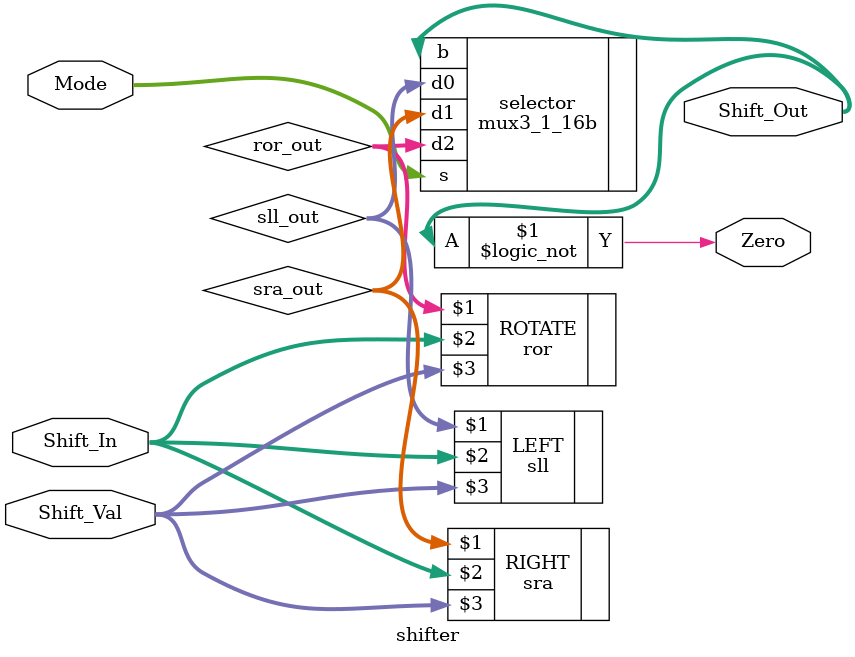
<source format=v>
module shifter(Shift_Out, Zero, Shift_In, Shift_Val, Mode);
	input [15:0] Shift_In;
	input [3:0] Shift_Val;
	input [1:0] Mode;
	output [15:0] Shift_Out;
	output Zero;
	wire [15:0] sll_out;
	wire [15:0] sra_out;
	wire [15:0] ror_out;

	ror ROTATE (ror_out, Shift_In, Shift_Val);
	sll LEFT (sll_out, Shift_In, Shift_Val);
	sra RIGHT (sra_out, Shift_In, Shift_Val);

	//Mode = 00 => SLL, Mode = 01 => SRA, Mode = 10 => ROR
	mux3_1_16b selector(.d2(ror_out), .d1(sra_out), .d0(sll_out), .b(Shift_Out), .s(Mode));

	assign Zero = Shift_Out == 16'b0;
endmodule

</source>
